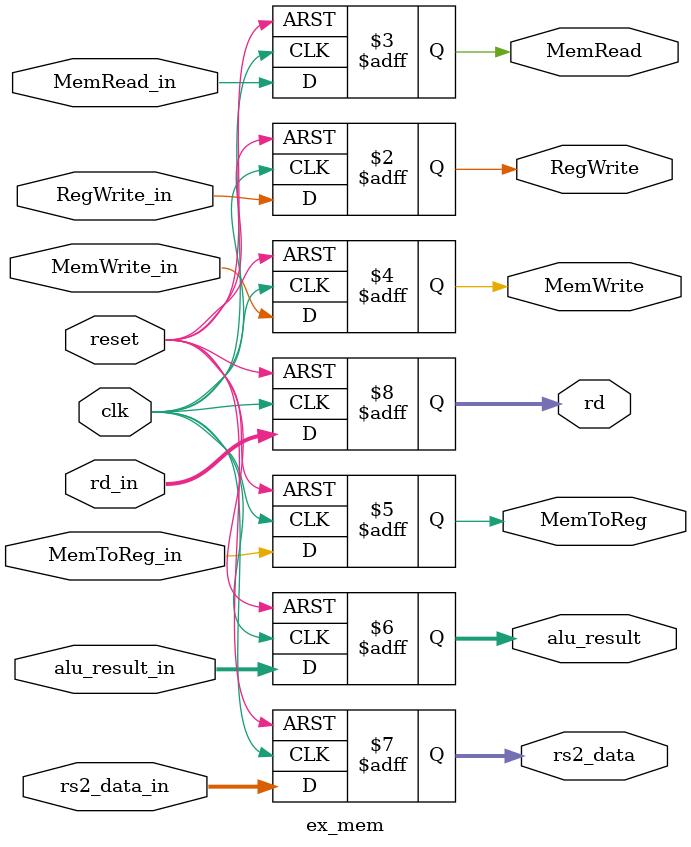
<source format=v>
module ex_mem(
    input clk,
    input reset,

    input RegWrite_in,
    input MemRead_in,
    input MemWrite_in,
    input MemToReg_in,

    input [31:0] alu_result_in,
    input [31:0] rs2_data_in,
    input [4:0]  rd_in,

    output reg RegWrite,
    output reg MemRead,
    output reg MemWrite,
    output reg MemToReg,

    output reg [31:0] alu_result,
    output reg [31:0] rs2_data,
    output reg [4:0] rd
);

always @(posedge clk or posedge reset) begin
    if (reset) begin
        RegWrite <= 0; MemRead <= 0; MemWrite <= 0; MemToReg <= 0;
        alu_result <= 0; rs2_data <= 0; rd <= 0;
    end else begin
        RegWrite <= RegWrite_in;
        MemRead  <= MemRead_in;
        MemWrite <= MemWrite_in;
        MemToReg <= MemToReg_in;

        alu_result <= alu_result_in;
        rs2_data <= rs2_data_in;
        rd <= rd_in;
    end
end

endmodule

</source>
